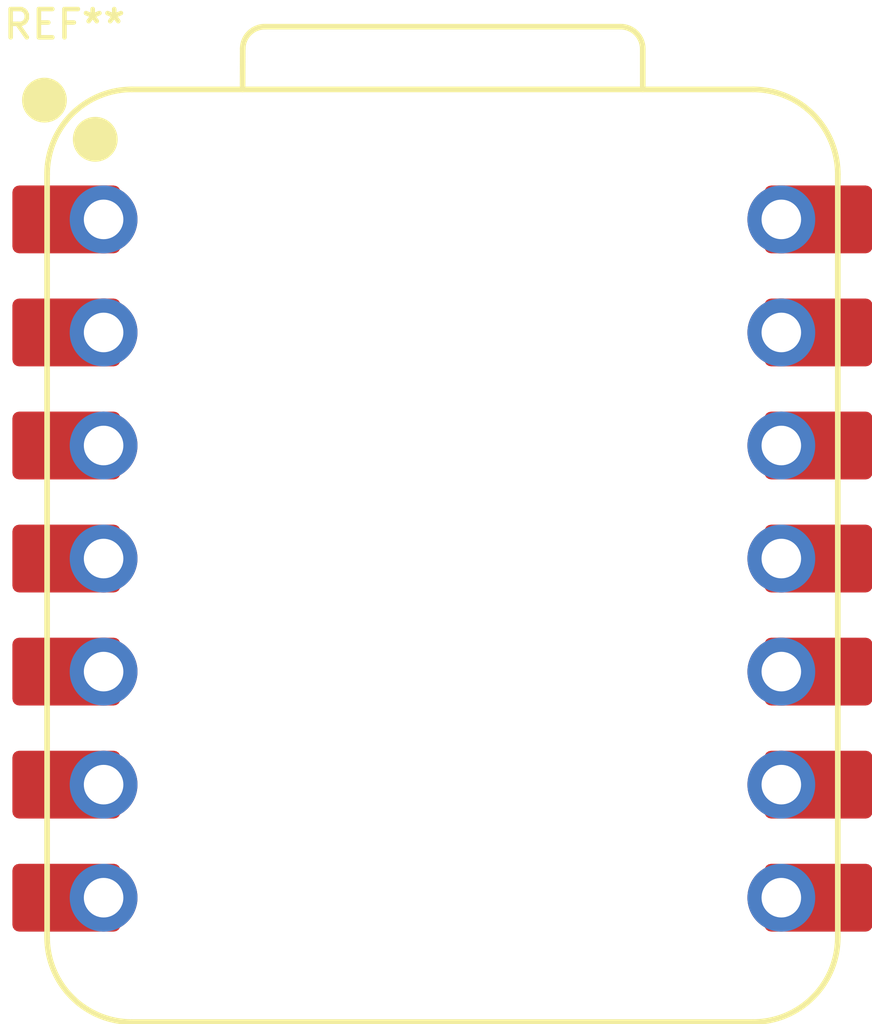
<source format=kicad_pcb>
(kicad_pcb (version 20241229) (generator "pcbnew") (generator_version "9.0")
  (layers (0 "F.Cu" signal) (2 "B.Cu" signal) (13 "F.Paste" user) (15 "B.Paste" user) (5 "F.SilkS" user "F.Silkscreen") (7 "B.SilkS" user "B.Silkscreen") (1 "F.Mask" user) (3 "B.Mask" user) (25 "Edge.Cuts" user))
  (net 0 "")
  (footprint "OPL:XIAO-RP2040-DIP" (layer "F.Cu") (at 59.5 53.5)
    (property "Reference" "REF**" (at -8.5 -12 0) (layer "F.SilkS") (effects (font (size 0.635 0.635) (thickness 0.1016))))
    (property "Value" "XIAO-RP2040-DIP")
    (fp_line (start -8.89 8.509) (end -8.89 -8.636) (stroke (width 0.127)) (layer "F.SilkS"))
    (fp_line (start -6.985 10.414) (end 6.985 10.414) (stroke (width 0.127)) (layer "F.SilkS"))
    (fp_line (start -4.495 -10.541) (end -4.491272 -11.451272) (stroke (width 0.127)) (layer "F.SilkS"))
    (fp_line (start -3.991272 -11.951) (end 4.004 -11.951) (stroke (width 0.127)) (layer "F.SilkS"))
    (fp_line (start 4.504 -11.451) (end 4.504 -10.541) (stroke (width 0.127)) (layer "F.SilkS"))
    (fp_line (start 6.985 -10.541) (end -6.985 -10.541) (stroke (width 0.1)) (layer "F.SilkS"))
    (fp_line (start 6.985 -10.541) (end -6.985 -10.541) (stroke (width 0.127)) (layer "F.SilkS"))
    (fp_line (start 8.89 8.509) (end 8.89 -8.636) (stroke (width 0.127)) (layer "F.SilkS"))
    (fp_arc (start -8.89 -8.636) (mid -8.332038 -9.983038) (end -6.985 -10.541) (stroke (width 0.127)) (layer "F.SilkS"))
    (fp_arc (start -6.985 10.414) (mid -8.332038 9.856038) (end -8.89 8.509) (stroke (width 0.127)) (layer "F.SilkS"))
    (fp_arc (start -4.491272 -11.451272) (mid -4.344728 -11.80464) (end -3.991272 -11.951) (stroke (width 0.127)) (layer "F.SilkS"))
    (fp_arc (start 4.004 -11.951) (mid 4.357553 -11.804553) (end 4.504 -11.451) (stroke (width 0.127)) (layer "F.SilkS"))
    (fp_arc (start 6.985 -10.541) (mid 8.332038 -9.983038) (end 8.89 -8.636) (stroke (width 0.127)) (layer "F.SilkS"))
    (fp_arc (start 8.89 8.509) (mid 8.332038 9.856038) (end 6.985 10.414) (stroke (width 0.127)) (layer "F.SilkS"))
    (fp_circle (center -8.95 -10.3) (end -8.95 -10.554) (stroke (width 0.5)) (fill yes) (layer "F.SilkS"))
    (fp_circle (center -7.807 -9.42) (end -7.807 -9.674) (stroke (width 0.5)) (fill yes) (layer "F.SilkS"))
    (pad "1" smd roundrect (at -8.455 -7.62 180) (size 2.432 1.524) (layers "F.Cu" "F.Mask") (roundrect_rratio 0.1))
    (pad "1" thru_hole circle (at -7.62 -7.62 180) (size 1.524 1.524) (drill 0.889) (layers "*.Cu" "*.Mask"))
    (pad "2" smd roundrect (at -8.455 -5.08 180) (size 2.432 1.524) (layers "F.Cu" "F.Mask") (roundrect_rratio 0.1))
    (pad "2" thru_hole circle (at -7.62 -5.08 180) (size 1.524 1.524) (drill 0.889) (layers "*.Cu" "*.Mask"))
    (pad "3" smd roundrect (at -8.455 -2.54 180) (size 2.432 1.524) (layers "F.Cu" "F.Mask") (roundrect_rratio 0.1))
    (pad "3" thru_hole circle (at -7.62 -2.54 180) (size 1.524 1.524) (drill 0.889) (layers "*.Cu" "*.Mask"))
    (pad "4" smd roundrect (at -8.455 0 180) (size 2.432 1.524) (layers "F.Cu" "F.Mask") (roundrect_rratio 0.1))
    (pad "4" thru_hole circle (at -7.62 0 180) (size 1.524 1.524) (drill 0.889) (layers "*.Cu" "*.Mask"))
    (pad "5" smd roundrect (at -8.455 2.54 180) (size 2.432 1.524) (layers "F.Cu" "F.Mask") (roundrect_rratio 0.1))
    (pad "5" thru_hole circle (at -7.62 2.54 180) (size 1.524 1.524) (drill 0.889) (layers "*.Cu" "*.Mask"))
    (pad "6" smd roundrect (at -8.455 5.08 180) (size 2.432 1.524) (layers "F.Cu" "F.Mask") (roundrect_rratio 0.1))
    (pad "6" thru_hole circle (at -7.62 5.08 180) (size 1.524 1.524) (drill 0.889) (layers "*.Cu" "*.Mask"))
    (pad "7" smd roundrect (at -8.455 7.62 180) (size 2.432 1.524) (layers "F.Cu" "F.Mask") (roundrect_rratio 0.1))
    (pad "7" thru_hole circle (at -7.62 7.62 180) (size 1.524 1.524) (drill 0.889) (layers "*.Cu" "*.Mask"))
    (pad "8" thru_hole circle (at 7.62 7.62) (size 1.524 1.524) (drill 0.889) (layers "*.Cu" "*.Mask"))
    (pad "8" smd roundrect (at 8.455 7.62) (size 2.432 1.524) (layers "F.Cu" "F.Mask") (roundrect_rratio 0.1))
    (pad "9" thru_hole circle (at 7.62 5.08) (size 1.524 1.524) (drill 0.889) (layers "*.Cu" "*.Mask"))
    (pad "9" smd roundrect (at 8.455 5.08) (size 2.432 1.524) (layers "F.Cu" "F.Mask") (roundrect_rratio 0.1))
    (pad "10" thru_hole circle (at 7.62 2.54) (size 1.524 1.524) (drill 0.889) (layers "*.Cu" "*.Mask"))
    (pad "10" smd roundrect (at 8.455 2.54) (size 2.432 1.524) (layers "F.Cu" "F.Mask") (roundrect_rratio 0.1))
    (pad "11" thru_hole circle (at 7.62 0) (size 1.524 1.524) (drill 0.889) (layers "*.Cu" "*.Mask"))
    (pad "11" smd roundrect (at 8.455 0) (size 2.432 1.524) (layers "F.Cu" "F.Mask") (roundrect_rratio 0.1))
    (pad "12" thru_hole circle (at 7.62 -2.54) (size 1.524 1.524) (drill 0.889) (layers "*.Cu" "*.Mask"))
    (pad "12" smd roundrect (at 8.455 -2.54) (size 2.432 1.524) (layers "F.Cu" "F.Mask") (roundrect_rratio 0.1))
    (pad "13" thru_hole circle (at 7.62 -5.08) (size 1.524 1.524) (drill 0.889) (layers "*.Cu" "*.Mask"))
    (pad "13" smd roundrect (at 8.455 -5.08) (size 2.432 1.524) (layers "F.Cu" "F.Mask") (roundrect_rratio 0.1))
    (pad "14" thru_hole circle (at 7.62 -7.62) (size 1.524 1.524) (drill 0.889) (layers "*.Cu" "*.Mask"))
    (pad "14" smd roundrect (at 8.455 -7.62) (size 2.432 1.524) (layers "F.Cu" "F.Mask") (roundrect_rratio 0.1))
  )
)
</source>
